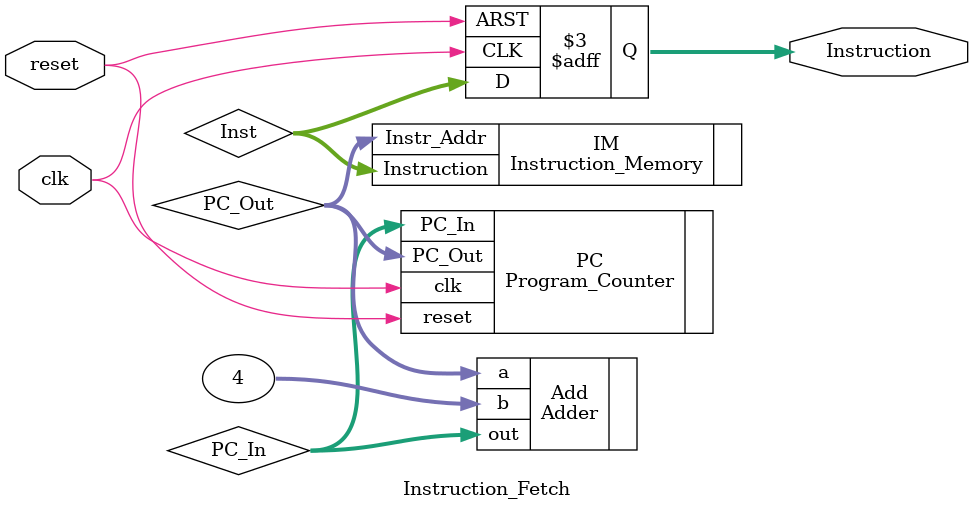
<source format=v>
`timescale 1ns / 1ps


module Instruction_Fetch (
    input clk,
    input reset,
    output reg [31:0] Instruction
);

    wire [63:0] PC_Out, PC_In;
    
    Program_Counter PC (.clk(clk),.reset(reset),.PC_In(PC_In),.PC_Out(PC_Out));
    Adder Add (.a(PC_Out),.b(4),.out(PC_In)  );

    wire [31:0] Inst;
    Instruction_Memory IM (.Instr_Addr(PC_Out),.Instruction(Inst));

    always @(posedge clk or posedge reset) begin 
        if (reset) begin
                Instruction <= 0;
            end
            else begin
                Instruction <= Inst;
            end
    end

endmodule

</source>
